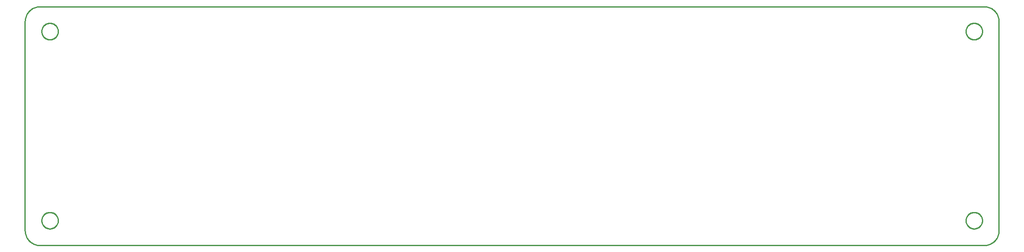
<source format=gbr>
G04 EAGLE Gerber RS-274X export*
G75*
%MOMM*%
%FSLAX34Y34*%
%LPD*%
%IN*%
%IPPOS*%
%AMOC8*
5,1,8,0,0,1.08239X$1,22.5*%
G01*
G04 Define Apertures*
%ADD10C,0.254000*%
D10*
X-230000Y-60307D02*
X-229886Y-62921D01*
X-229544Y-65516D01*
X-228978Y-68071D01*
X-228191Y-70567D01*
X-227189Y-72985D01*
X-225981Y-75307D01*
X-224575Y-77514D01*
X-222981Y-79590D01*
X-221213Y-81520D01*
X-219284Y-83288D01*
X-217207Y-84881D01*
X-215000Y-86287D01*
X-212679Y-87496D01*
X-210261Y-88497D01*
X-207765Y-89284D01*
X-205209Y-89851D01*
X-202615Y-90192D01*
X-200000Y-90307D01*
X1700000Y-90307D01*
X1702615Y-90192D01*
X1705209Y-89851D01*
X1707765Y-89284D01*
X1710261Y-88497D01*
X1712679Y-87496D01*
X1715000Y-86287D01*
X1717207Y-84881D01*
X1719284Y-83288D01*
X1721213Y-81520D01*
X1722981Y-79590D01*
X1724575Y-77514D01*
X1725981Y-75307D01*
X1727189Y-72985D01*
X1728191Y-70567D01*
X1728978Y-68071D01*
X1729544Y-65516D01*
X1729886Y-62921D01*
X1730000Y-60307D01*
X1730000Y360307D01*
X1729886Y362921D01*
X1729544Y365516D01*
X1728978Y368071D01*
X1728191Y370567D01*
X1727189Y372985D01*
X1725981Y375307D01*
X1724575Y377514D01*
X1722981Y379590D01*
X1721213Y381520D01*
X1719284Y383288D01*
X1717207Y384881D01*
X1715000Y386287D01*
X1712679Y387496D01*
X1710261Y388497D01*
X1707765Y389284D01*
X1705209Y389851D01*
X1702615Y390192D01*
X1700000Y390307D01*
X-200000Y390307D01*
X-202615Y390192D01*
X-205209Y389851D01*
X-207765Y389284D01*
X-210261Y388497D01*
X-212679Y387496D01*
X-215000Y386287D01*
X-217207Y384881D01*
X-219284Y383288D01*
X-221213Y381520D01*
X-222981Y379590D01*
X-224575Y377514D01*
X-225981Y375307D01*
X-227189Y372985D01*
X-228191Y370567D01*
X-228978Y368071D01*
X-229544Y365516D01*
X-229886Y362921D01*
X-230000Y360307D01*
X-230000Y-60307D01*
X-163500Y339766D02*
X-163500Y340847D01*
X-163571Y341925D01*
X-163712Y342996D01*
X-163922Y344055D01*
X-164202Y345099D01*
X-164549Y346122D01*
X-164963Y347120D01*
X-165441Y348089D01*
X-165981Y349024D01*
X-166581Y349923D01*
X-167239Y350780D01*
X-167951Y351592D01*
X-168715Y352356D01*
X-169527Y353068D01*
X-170384Y353726D01*
X-171282Y354326D01*
X-172218Y354866D01*
X-173187Y355344D01*
X-174185Y355757D01*
X-175208Y356104D01*
X-176251Y356384D01*
X-177311Y356595D01*
X-178382Y356736D01*
X-179460Y356807D01*
X-180540Y356807D01*
X-181618Y356736D01*
X-182689Y356595D01*
X-183749Y356384D01*
X-184792Y356104D01*
X-185815Y355757D01*
X-186813Y355344D01*
X-187782Y354866D01*
X-188718Y354326D01*
X-189616Y353726D01*
X-190473Y353068D01*
X-191285Y352356D01*
X-192049Y351592D01*
X-192762Y350780D01*
X-193419Y349923D01*
X-194019Y349024D01*
X-194560Y348089D01*
X-195037Y347120D01*
X-195451Y346122D01*
X-195798Y345099D01*
X-196078Y344055D01*
X-196288Y342996D01*
X-196429Y341925D01*
X-196500Y340847D01*
X-196500Y339766D01*
X-196429Y338688D01*
X-196288Y337617D01*
X-196078Y336558D01*
X-195798Y335514D01*
X-195451Y334491D01*
X-195037Y333493D01*
X-194560Y332524D01*
X-194019Y331589D01*
X-193419Y330690D01*
X-192762Y329833D01*
X-192049Y329021D01*
X-191285Y328257D01*
X-190473Y327545D01*
X-189616Y326887D01*
X-188718Y326287D01*
X-187782Y325747D01*
X-186813Y325269D01*
X-185815Y324856D01*
X-184792Y324509D01*
X-183749Y324229D01*
X-182689Y324018D01*
X-181618Y323877D01*
X-180540Y323807D01*
X-179460Y323807D01*
X-178382Y323877D01*
X-177311Y324018D01*
X-176251Y324229D01*
X-175208Y324509D01*
X-174185Y324856D01*
X-173187Y325269D01*
X-172218Y325747D01*
X-171282Y326287D01*
X-170384Y326887D01*
X-169527Y327545D01*
X-168715Y328257D01*
X-167951Y329021D01*
X-167239Y329833D01*
X-166581Y330690D01*
X-165981Y331589D01*
X-165441Y332524D01*
X-164963Y333493D01*
X-164549Y334491D01*
X-164202Y335514D01*
X-163922Y336558D01*
X-163712Y337617D01*
X-163571Y338688D01*
X-163500Y339766D01*
X1696500Y339766D02*
X1696500Y340847D01*
X1696429Y341925D01*
X1696288Y342996D01*
X1696078Y344055D01*
X1695798Y345099D01*
X1695451Y346122D01*
X1695037Y347120D01*
X1694560Y348089D01*
X1694019Y349024D01*
X1693419Y349923D01*
X1692762Y350780D01*
X1692049Y351592D01*
X1691285Y352356D01*
X1690473Y353068D01*
X1689616Y353726D01*
X1688718Y354326D01*
X1687782Y354866D01*
X1686813Y355344D01*
X1685815Y355757D01*
X1684792Y356104D01*
X1683749Y356384D01*
X1682689Y356595D01*
X1681618Y356736D01*
X1680540Y356807D01*
X1679460Y356807D01*
X1678382Y356736D01*
X1677311Y356595D01*
X1676251Y356384D01*
X1675208Y356104D01*
X1674185Y355757D01*
X1673187Y355344D01*
X1672218Y354866D01*
X1671282Y354326D01*
X1670384Y353726D01*
X1669527Y353068D01*
X1668715Y352356D01*
X1667951Y351592D01*
X1667239Y350780D01*
X1666581Y349923D01*
X1665981Y349024D01*
X1665441Y348089D01*
X1664963Y347120D01*
X1664549Y346122D01*
X1664202Y345099D01*
X1663922Y344055D01*
X1663712Y342996D01*
X1663571Y341925D01*
X1663500Y340847D01*
X1663500Y339766D01*
X1663571Y338688D01*
X1663712Y337617D01*
X1663922Y336558D01*
X1664202Y335514D01*
X1664549Y334491D01*
X1664963Y333493D01*
X1665441Y332524D01*
X1665981Y331589D01*
X1666581Y330690D01*
X1667239Y329833D01*
X1667951Y329021D01*
X1668715Y328257D01*
X1669527Y327545D01*
X1670384Y326887D01*
X1671282Y326287D01*
X1672218Y325747D01*
X1673187Y325269D01*
X1674185Y324856D01*
X1675208Y324509D01*
X1676251Y324229D01*
X1677311Y324018D01*
X1678382Y323877D01*
X1679460Y323807D01*
X1680540Y323807D01*
X1681618Y323877D01*
X1682689Y324018D01*
X1683749Y324229D01*
X1684792Y324509D01*
X1685815Y324856D01*
X1686813Y325269D01*
X1687782Y325747D01*
X1688718Y326287D01*
X1689616Y326887D01*
X1690473Y327545D01*
X1691285Y328257D01*
X1692049Y329021D01*
X1692762Y329833D01*
X1693419Y330690D01*
X1694019Y331589D01*
X1694560Y332524D01*
X1695037Y333493D01*
X1695451Y334491D01*
X1695798Y335514D01*
X1696078Y336558D01*
X1696288Y337617D01*
X1696429Y338688D01*
X1696500Y339766D01*
X-163500Y-40847D02*
X-163500Y-39766D01*
X-163571Y-38688D01*
X-163712Y-37617D01*
X-163922Y-36558D01*
X-164202Y-35514D01*
X-164549Y-34491D01*
X-164963Y-33493D01*
X-165441Y-32524D01*
X-165981Y-31589D01*
X-166581Y-30690D01*
X-167239Y-29833D01*
X-167951Y-29021D01*
X-168715Y-28257D01*
X-169527Y-27545D01*
X-170384Y-26887D01*
X-171282Y-26287D01*
X-172218Y-25747D01*
X-173187Y-25269D01*
X-174185Y-24856D01*
X-175208Y-24509D01*
X-176251Y-24229D01*
X-177311Y-24018D01*
X-178382Y-23877D01*
X-179460Y-23807D01*
X-180540Y-23807D01*
X-181618Y-23877D01*
X-182689Y-24018D01*
X-183749Y-24229D01*
X-184792Y-24509D01*
X-185815Y-24856D01*
X-186813Y-25269D01*
X-187782Y-25747D01*
X-188718Y-26287D01*
X-189616Y-26887D01*
X-190473Y-27545D01*
X-191285Y-28257D01*
X-192049Y-29021D01*
X-192762Y-29833D01*
X-193419Y-30690D01*
X-194019Y-31589D01*
X-194560Y-32524D01*
X-195037Y-33493D01*
X-195451Y-34491D01*
X-195798Y-35514D01*
X-196078Y-36558D01*
X-196288Y-37617D01*
X-196429Y-38688D01*
X-196500Y-39766D01*
X-196500Y-40847D01*
X-196429Y-41925D01*
X-196288Y-42996D01*
X-196078Y-44055D01*
X-195798Y-45099D01*
X-195451Y-46122D01*
X-195037Y-47120D01*
X-194560Y-48089D01*
X-194019Y-49024D01*
X-193419Y-49923D01*
X-192762Y-50780D01*
X-192049Y-51592D01*
X-191285Y-52356D01*
X-190473Y-53068D01*
X-189616Y-53726D01*
X-188718Y-54326D01*
X-187782Y-54866D01*
X-186813Y-55344D01*
X-185815Y-55757D01*
X-184792Y-56104D01*
X-183749Y-56384D01*
X-182689Y-56595D01*
X-181618Y-56736D01*
X-180540Y-56807D01*
X-179460Y-56807D01*
X-178382Y-56736D01*
X-177311Y-56595D01*
X-176251Y-56384D01*
X-175208Y-56104D01*
X-174185Y-55757D01*
X-173187Y-55344D01*
X-172218Y-54866D01*
X-171282Y-54326D01*
X-170384Y-53726D01*
X-169527Y-53068D01*
X-168715Y-52356D01*
X-167951Y-51592D01*
X-167239Y-50780D01*
X-166581Y-49923D01*
X-165981Y-49024D01*
X-165441Y-48089D01*
X-164963Y-47120D01*
X-164549Y-46122D01*
X-164202Y-45099D01*
X-163922Y-44055D01*
X-163712Y-42996D01*
X-163571Y-41925D01*
X-163500Y-40847D01*
X1696500Y-40847D02*
X1696500Y-39766D01*
X1696429Y-38688D01*
X1696288Y-37617D01*
X1696078Y-36558D01*
X1695798Y-35514D01*
X1695451Y-34491D01*
X1695037Y-33493D01*
X1694560Y-32524D01*
X1694019Y-31589D01*
X1693419Y-30690D01*
X1692762Y-29833D01*
X1692049Y-29021D01*
X1691285Y-28257D01*
X1690473Y-27545D01*
X1689616Y-26887D01*
X1688718Y-26287D01*
X1687782Y-25747D01*
X1686813Y-25269D01*
X1685815Y-24856D01*
X1684792Y-24509D01*
X1683749Y-24229D01*
X1682689Y-24018D01*
X1681618Y-23877D01*
X1680540Y-23807D01*
X1679460Y-23807D01*
X1678382Y-23877D01*
X1677311Y-24018D01*
X1676251Y-24229D01*
X1675208Y-24509D01*
X1674185Y-24856D01*
X1673187Y-25269D01*
X1672218Y-25747D01*
X1671282Y-26287D01*
X1670384Y-26887D01*
X1669527Y-27545D01*
X1668715Y-28257D01*
X1667951Y-29021D01*
X1667239Y-29833D01*
X1666581Y-30690D01*
X1665981Y-31589D01*
X1665441Y-32524D01*
X1664963Y-33493D01*
X1664549Y-34491D01*
X1664202Y-35514D01*
X1663922Y-36558D01*
X1663712Y-37617D01*
X1663571Y-38688D01*
X1663500Y-39766D01*
X1663500Y-40847D01*
X1663571Y-41925D01*
X1663712Y-42996D01*
X1663922Y-44055D01*
X1664202Y-45099D01*
X1664549Y-46122D01*
X1664963Y-47120D01*
X1665441Y-48089D01*
X1665981Y-49024D01*
X1666581Y-49923D01*
X1667239Y-50780D01*
X1667951Y-51592D01*
X1668715Y-52356D01*
X1669527Y-53068D01*
X1670384Y-53726D01*
X1671282Y-54326D01*
X1672218Y-54866D01*
X1673187Y-55344D01*
X1674185Y-55757D01*
X1675208Y-56104D01*
X1676251Y-56384D01*
X1677311Y-56595D01*
X1678382Y-56736D01*
X1679460Y-56807D01*
X1680540Y-56807D01*
X1681618Y-56736D01*
X1682689Y-56595D01*
X1683749Y-56384D01*
X1684792Y-56104D01*
X1685815Y-55757D01*
X1686813Y-55344D01*
X1687782Y-54866D01*
X1688718Y-54326D01*
X1689616Y-53726D01*
X1690473Y-53068D01*
X1691285Y-52356D01*
X1692049Y-51592D01*
X1692762Y-50780D01*
X1693419Y-49923D01*
X1694019Y-49024D01*
X1694560Y-48089D01*
X1695037Y-47120D01*
X1695451Y-46122D01*
X1695798Y-45099D01*
X1696078Y-44055D01*
X1696288Y-42996D01*
X1696429Y-41925D01*
X1696500Y-40847D01*
M02*

</source>
